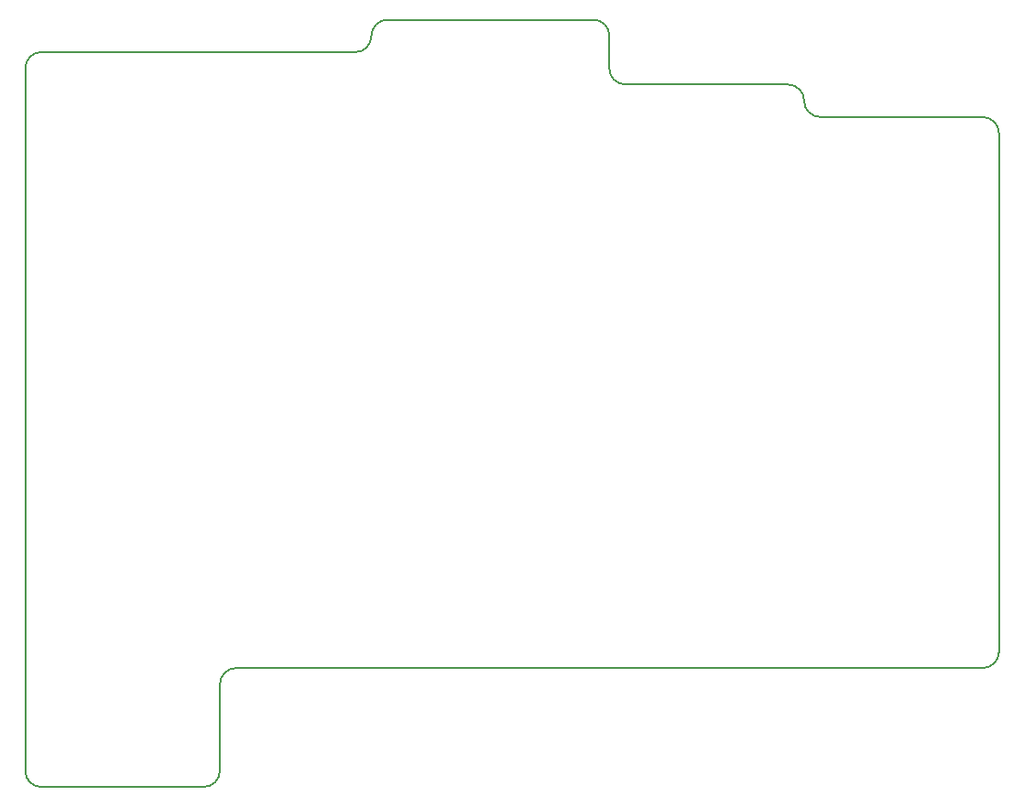
<source format=gbr>
%TF.GenerationSoftware,KiCad,Pcbnew,(7.0.0-0)*%
%TF.CreationDate,2023-06-08T17:12:38+08:00*%
%TF.ProjectId,left,6c656674-2e6b-4696-9361-645f70636258,v1.0.0*%
%TF.SameCoordinates,Original*%
%TF.FileFunction,Profile,NP*%
%FSLAX46Y46*%
G04 Gerber Fmt 4.6, Leading zero omitted, Abs format (unit mm)*
G04 Created by KiCad (PCBNEW (7.0.0-0)) date 2023-06-08 17:12:38*
%MOMM*%
%LPD*%
G01*
G04 APERTURE LIST*
%TA.AperFunction,Profile*%
%ADD10C,0.150000*%
%TD*%
G04 APERTURE END LIST*
D10*
X-5510000Y-8500000D02*
X9510000Y-8500000D01*
X11000000Y-7010000D02*
X11000000Y1010000D01*
X-5510000Y59500000D02*
X23510000Y59500000D01*
X47000000Y57990000D02*
X47000000Y61010000D01*
X45510000Y62500000D02*
X26490000Y62500000D01*
X25000000Y61010000D02*
X25000000Y60990000D01*
X65000000Y54990000D02*
X65000000Y55010000D01*
X63510000Y56500000D02*
X48490000Y56500000D01*
X12490000Y2500000D02*
X81510000Y2500000D01*
X83000000Y3990000D02*
X83000000Y52010000D01*
X81510000Y53500000D02*
X66490000Y53500000D01*
X-7000000Y-7010000D02*
X-7000000Y58010000D01*
X9510000Y-8500000D02*
G75*
G03*
X11000000Y-7010000I0J1490000D01*
G01*
X12490000Y2500000D02*
G75*
G03*
X11000000Y1010000I0J-1490000D01*
G01*
X81510000Y2500000D02*
G75*
G03*
X83000000Y3990000I0J1490000D01*
G01*
X83000000Y52010000D02*
G75*
G03*
X81510000Y53500000I-1490000J0D01*
G01*
X65000000Y54990000D02*
G75*
G03*
X66490000Y53500000I1490000J0D01*
G01*
X65000000Y55010000D02*
G75*
G03*
X63510000Y56500000I-1490000J0D01*
G01*
X47000000Y57990000D02*
G75*
G03*
X48490000Y56500000I1490000J0D01*
G01*
X47000000Y61010000D02*
G75*
G03*
X45510000Y62500000I-1490000J0D01*
G01*
X26490000Y62500000D02*
G75*
G03*
X25000000Y61010000I0J-1490000D01*
G01*
X23510000Y59500000D02*
G75*
G03*
X25000000Y60990000I0J1490000D01*
G01*
X-5510000Y59500000D02*
G75*
G03*
X-7000000Y58010000I0J-1490000D01*
G01*
X-7000000Y-7010000D02*
G75*
G03*
X-5510000Y-8500000I1490000J0D01*
G01*
M02*

</source>
